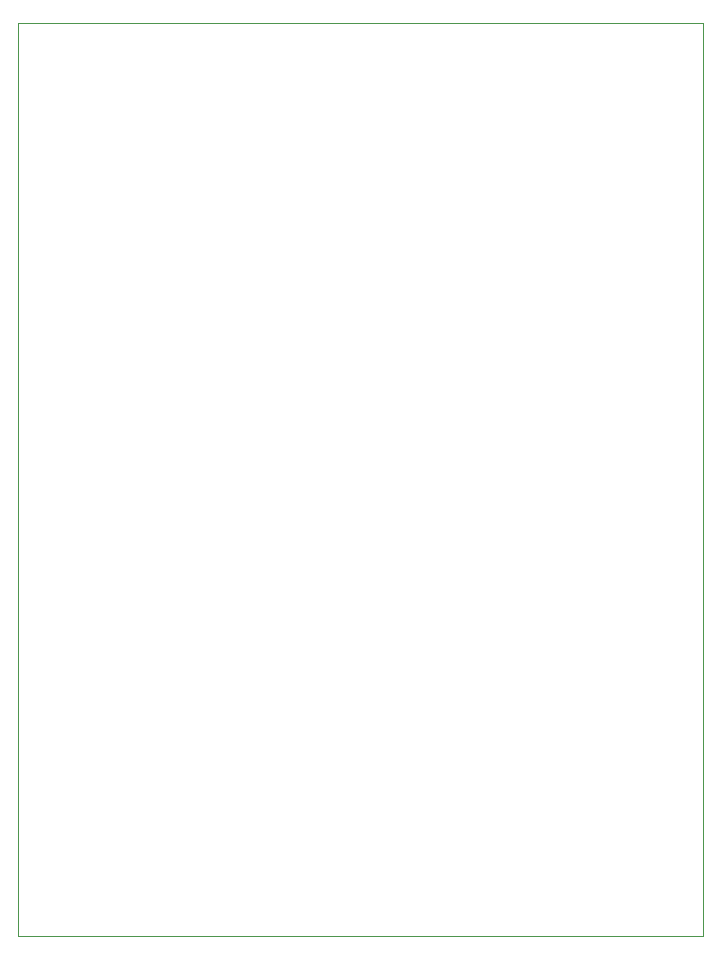
<source format=gbr>
%TF.GenerationSoftware,KiCad,Pcbnew,(6.0.9)*%
%TF.CreationDate,2023-01-30T22:20:02+01:00*%
%TF.ProjectId,P_ytka_pcb,50427974-6b61-45f7-9063-622e6b696361,rev?*%
%TF.SameCoordinates,Original*%
%TF.FileFunction,Profile,NP*%
%FSLAX46Y46*%
G04 Gerber Fmt 4.6, Leading zero omitted, Abs format (unit mm)*
G04 Created by KiCad (PCBNEW (6.0.9)) date 2023-01-30 22:20:02*
%MOMM*%
%LPD*%
G01*
G04 APERTURE LIST*
%TA.AperFunction,Profile*%
%ADD10C,0.100000*%
%TD*%
G04 APERTURE END LIST*
D10*
X114960400Y-37490400D02*
X172999400Y-37490400D01*
X172999400Y-37490400D02*
X172999400Y-114757200D01*
X172999400Y-114757200D02*
X114960400Y-114757200D01*
X114960400Y-114757200D02*
X114960400Y-37490400D01*
M02*

</source>
